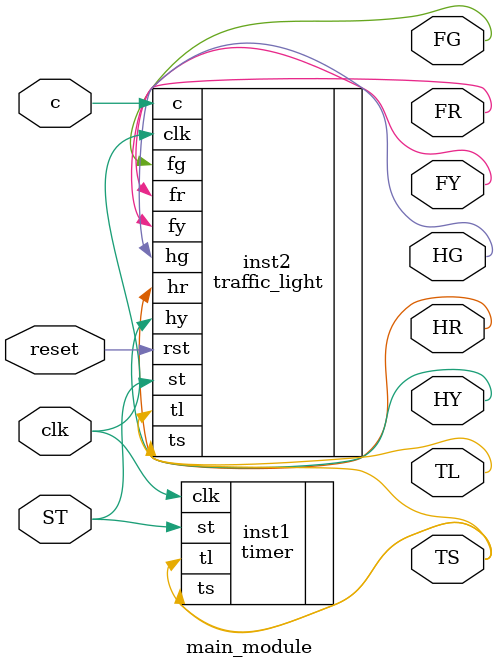
<source format=v>
`timescale 1ns / 1ps

module main_module(HR,HY,HG,FR,FY,FG,TS,TL,ST,reset,c,clk);
output HR,HY,HG,FR,FY,FG,TS,TL;
input reset,c,clk,ST;
timer inst1(.ts(TS),.tl(TS),.st(ST),.clk(clk));
traffic_light inst2(.hr(HR),.hy(HY),.hg(HG),.fr(FR),.fy(FY),.fg(FG),.ts(TS),.tl(TL),.st(ST),.rst(reset),.clk(clk),.c(c));
endmodule

</source>
